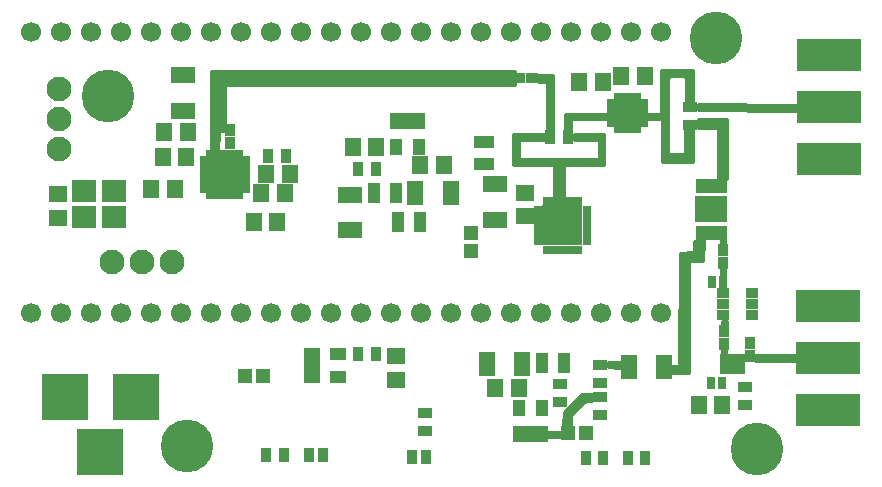
<source format=gts>
G04 #@! TF.FileFunction,Soldermask,Top*
%FSLAX46Y46*%
G04 Gerber Fmt 4.6, Leading zero omitted, Abs format (unit mm)*
G04 Created by KiCad (PCBNEW 4.0.0-rc1-stable) date 29/02/2016 1:35:43 AM*
%MOMM*%
G01*
G04 APERTURE LIST*
%ADD10C,0.100000*%
%ADD11R,0.800000X1.000000*%
%ADD12R,1.460000X1.050000*%
%ADD13R,1.050000X1.460000*%
%ADD14R,2.000000X1.900000*%
%ADD15R,0.800000X0.700000*%
%ADD16R,0.700000X0.800000*%
%ADD17R,2.350000X2.350000*%
%ADD18R,3.350000X3.350000*%
%ADD19R,0.800000X0.650000*%
%ADD20R,0.650000X0.800000*%
%ADD21R,3.050000X3.050000*%
%ADD22R,0.750000X0.650000*%
%ADD23R,1.100000X1.700000*%
%ADD24R,0.780000X1.200000*%
%ADD25R,2.810000X2.180000*%
%ADD26R,5.480000X2.815000*%
%ADD27R,5.480000X2.690000*%
%ADD28C,2.100000*%
%ADD29R,0.900000X1.300000*%
%ADD30R,1.300000X0.900000*%
%ADD31R,1.400000X1.650000*%
%ADD32R,1.200000X1.150000*%
%ADD33R,1.400000X2.000000*%
%ADD34R,0.900000X1.000000*%
%ADD35R,1.000000X0.900000*%
%ADD36R,1.650000X1.400000*%
%ADD37R,2.000000X1.400000*%
%ADD38R,1.150000X1.200000*%
%ADD39R,1.700000X1.100000*%
%ADD40C,4.464000*%
%ADD41C,1.700000*%
%ADD42R,3.900120X3.900120*%
%ADD43R,1.000000X0.880000*%
%ADD44R,0.960000X1.300000*%
%ADD45C,0.254000*%
G04 APERTURE END LIST*
D10*
D11*
X92850000Y-79830000D03*
X91950000Y-79830000D03*
D12*
X58147100Y-77395400D03*
X58147100Y-78345400D03*
X58147100Y-79295400D03*
X60347100Y-79295400D03*
X60347100Y-77395400D03*
D13*
X67170000Y-57630000D03*
X66220000Y-57630000D03*
X65270000Y-57630000D03*
X65270000Y-59830000D03*
X67170000Y-59830000D03*
X75675200Y-84153240D03*
X76625200Y-84153240D03*
X77575200Y-84153240D03*
X77575200Y-81953240D03*
X75675200Y-81953240D03*
D14*
X38862000Y-65743000D03*
X41402000Y-65743000D03*
X41402000Y-63543000D03*
X38862000Y-63543000D03*
D15*
X86215000Y-56685000D03*
X86215000Y-56135000D03*
X86215000Y-57235000D03*
X86215000Y-57785000D03*
D16*
X85665000Y-58335000D03*
X85115000Y-58335000D03*
X84015000Y-55585000D03*
X84565000Y-55585000D03*
X85665000Y-55585000D03*
X85115000Y-55585000D03*
X84015000Y-58335000D03*
X84565000Y-58335000D03*
D15*
X83465000Y-57785000D03*
X83465000Y-57235000D03*
X83465000Y-56685000D03*
X83465000Y-56135000D03*
D17*
X84840000Y-56960000D03*
D15*
X81409360Y-65653560D03*
X81409360Y-65131560D03*
X81409360Y-66165560D03*
X81409360Y-66697560D03*
X81409360Y-67221560D03*
X81409360Y-67781560D03*
X77259360Y-67781560D03*
X77259360Y-67221560D03*
X77259360Y-66697560D03*
X77259360Y-66215560D03*
X77259360Y-65131560D03*
X77259360Y-65691560D03*
D16*
X78009360Y-64381560D03*
X78569360Y-64381560D03*
X79093360Y-64381560D03*
X79575360Y-64381560D03*
X80659360Y-64381560D03*
X80099360Y-64381560D03*
X80099360Y-68531560D03*
X80659360Y-68531560D03*
X79575360Y-68531560D03*
X79093360Y-68531560D03*
X78569360Y-68531560D03*
X78009360Y-68531560D03*
D18*
X79334360Y-66456560D03*
D19*
X48961500Y-62916500D03*
X48961500Y-63416500D03*
X48961500Y-62416500D03*
X48961500Y-61916500D03*
X48961500Y-61416500D03*
X48961500Y-60916500D03*
X52511500Y-60916500D03*
X52511500Y-61416500D03*
X52511500Y-61916500D03*
X52511500Y-62416500D03*
X52511500Y-63416500D03*
X52511500Y-62916500D03*
D20*
X51986500Y-63941500D03*
X51486500Y-63941500D03*
X50986500Y-63941500D03*
X50486500Y-63941500D03*
X49486500Y-63941500D03*
X49986500Y-63941500D03*
X49986500Y-60391500D03*
X49486500Y-60391500D03*
X50486500Y-60391500D03*
X50986500Y-60391500D03*
X51486500Y-60391500D03*
X51986500Y-60391500D03*
D21*
X50736500Y-62166500D03*
D22*
X94487200Y-78700100D03*
X94487200Y-78200100D03*
X94487200Y-77700100D03*
X93037200Y-77700100D03*
X93037200Y-78200100D03*
X93037200Y-78700100D03*
D23*
X93762200Y-78200100D03*
D24*
X92917700Y-63119200D03*
X92267700Y-63119200D03*
X91617700Y-63119200D03*
X90967700Y-63119200D03*
X90967700Y-67119200D03*
X91617700Y-67119200D03*
D25*
X91942700Y-65119200D03*
D24*
X92267700Y-67119200D03*
X92917700Y-67119200D03*
D26*
X101803600Y-82069400D03*
X101803600Y-73303400D03*
X101803600Y-73303400D03*
X101803600Y-82069400D03*
D27*
X101803600Y-77686400D03*
D26*
X101863600Y-60853000D03*
X101863600Y-52087000D03*
X101863600Y-52087000D03*
X101863600Y-60853000D03*
D27*
X101863600Y-56470000D03*
D28*
X36670000Y-54890000D03*
X36670000Y-57430000D03*
X36670000Y-59970000D03*
X46240000Y-69610000D03*
X43700000Y-69610000D03*
X41160000Y-69610000D03*
D29*
X78300000Y-58990000D03*
X79800000Y-58990000D03*
D30*
X90120000Y-56450000D03*
X90120000Y-57950000D03*
D31*
X46529500Y-63373000D03*
X44529500Y-63373000D03*
D32*
X79802040Y-84059080D03*
X81302040Y-84059080D03*
D33*
X84939760Y-78476160D03*
X87939760Y-78476160D03*
D30*
X82528160Y-82528160D03*
X82528160Y-81028160D03*
X82553560Y-78300200D03*
X82553560Y-79800200D03*
D34*
X95210000Y-77550000D03*
X95210000Y-76450000D03*
D35*
X76750000Y-53990000D03*
X75650000Y-53990000D03*
D30*
X94800000Y-81640000D03*
X94800000Y-80140000D03*
D32*
X53950000Y-79240000D03*
X52450000Y-79240000D03*
D31*
X47590000Y-58550000D03*
X45590000Y-58550000D03*
X47500000Y-60690000D03*
X45500000Y-60690000D03*
D36*
X36660000Y-63850000D03*
X36660000Y-65850000D03*
D31*
X55830000Y-63750000D03*
X53830000Y-63750000D03*
X55200000Y-66160000D03*
X53200000Y-66160000D03*
D36*
X65200000Y-77530000D03*
X65200000Y-79530000D03*
D31*
X61560200Y-59817000D03*
X63560200Y-59817000D03*
D37*
X61341000Y-66879600D03*
X61341000Y-63879600D03*
D31*
X69310000Y-61370000D03*
X67310000Y-61370000D03*
X73644000Y-80233840D03*
X75644000Y-80233840D03*
D38*
X71589900Y-67106100D03*
X71589900Y-68606100D03*
D36*
X76150000Y-63710000D03*
X76150000Y-65710000D03*
D34*
X92930000Y-69640000D03*
X92930000Y-68540000D03*
D31*
X90870000Y-81720000D03*
X92870000Y-81720000D03*
D34*
X93050000Y-76550000D03*
X93050000Y-75450000D03*
D29*
X54400000Y-60640000D03*
X55900000Y-60640000D03*
X63538800Y-61722000D03*
X62038800Y-61722000D03*
D23*
X63370000Y-63760000D03*
X65270000Y-63760000D03*
X79475120Y-78140880D03*
X77575120Y-78140880D03*
X65380000Y-66220000D03*
X67280000Y-66220000D03*
D30*
X79114400Y-79890240D03*
X79114400Y-81390240D03*
D39*
X72670000Y-61300000D03*
X72670000Y-59400000D03*
D11*
X92020000Y-71280000D03*
X92920000Y-71280000D03*
D40*
X92370000Y-50630000D03*
X95810000Y-85410000D03*
X40850000Y-55560000D03*
X47550000Y-85160000D03*
D41*
X80070000Y-73910700D03*
X34350000Y-73910700D03*
X36890000Y-73910700D03*
X39430000Y-73910700D03*
X41970000Y-73910700D03*
X44510000Y-73910700D03*
X47050000Y-73910700D03*
X49590000Y-73910700D03*
X52130000Y-73910700D03*
X54670000Y-73910700D03*
X57210000Y-73910700D03*
X59750000Y-73910700D03*
X62290000Y-73910700D03*
X64830000Y-73910700D03*
X67370000Y-73910700D03*
X69910000Y-73910700D03*
X72450000Y-73910700D03*
X74990000Y-73910700D03*
X77530000Y-73910700D03*
X82610000Y-73910700D03*
X85150000Y-73910700D03*
X87690000Y-73910700D03*
X80060000Y-50110700D03*
X34340000Y-50110700D03*
X36880000Y-50110700D03*
X39420000Y-50110700D03*
X41960000Y-50110700D03*
X44500000Y-50110700D03*
X47040000Y-50110700D03*
X49580000Y-50110700D03*
X52120000Y-50110700D03*
X54660000Y-50110700D03*
X57200000Y-50110700D03*
X59740000Y-50110700D03*
X62280000Y-50110700D03*
X64820000Y-50110700D03*
X67360000Y-50110700D03*
X69900000Y-50110700D03*
X72440000Y-50110700D03*
X74980000Y-50110700D03*
X77520000Y-50110700D03*
X82600000Y-50110700D03*
X85140000Y-50110700D03*
X87680000Y-50110700D03*
D31*
X82750000Y-54350000D03*
X80750000Y-54350000D03*
X84320000Y-53810000D03*
X86320000Y-53810000D03*
D42*
X43190660Y-80970000D03*
X37190660Y-80970000D03*
X40190660Y-85669000D03*
D34*
X51160000Y-59510000D03*
X51160000Y-58410000D03*
D31*
X56230000Y-62120000D03*
X54230000Y-62120000D03*
D29*
X82790000Y-86190000D03*
X81290000Y-86190000D03*
X86350000Y-86170000D03*
X84850000Y-86170000D03*
D43*
X92890000Y-72160000D03*
X92890000Y-73110000D03*
X92890000Y-74060000D03*
X95410000Y-74060000D03*
X95410000Y-73110000D03*
X95410000Y-72160000D03*
D29*
X62015000Y-77392900D03*
X63515000Y-77392900D03*
D37*
X47200000Y-56750000D03*
X47200000Y-53750000D03*
D33*
X69860000Y-63700000D03*
X66860000Y-63700000D03*
X72930000Y-78170000D03*
X75930000Y-78170000D03*
D37*
X73580000Y-63010000D03*
X73580000Y-66010000D03*
D30*
X67710000Y-82370000D03*
X67710000Y-83870000D03*
D29*
X54240000Y-85940000D03*
X55740000Y-85940000D03*
D44*
X59050000Y-85940000D03*
X57910000Y-85940000D03*
X66610000Y-86080000D03*
X67750000Y-86080000D03*
D45*
G36*
X75313000Y-54623000D02*
X50860000Y-54623000D01*
X50810590Y-54633006D01*
X50768965Y-54661447D01*
X50741685Y-54703841D01*
X50733000Y-54750000D01*
X50733000Y-58482945D01*
X50359667Y-58513421D01*
X50311235Y-58527414D01*
X50272062Y-58559147D01*
X50248322Y-58603620D01*
X50243040Y-58636826D01*
X50206136Y-60113000D01*
X49617000Y-60113000D01*
X49617000Y-53387000D01*
X75313000Y-53387000D01*
X75313000Y-54623000D01*
X75313000Y-54623000D01*
G37*
X75313000Y-54623000D02*
X50860000Y-54623000D01*
X50810590Y-54633006D01*
X50768965Y-54661447D01*
X50741685Y-54703841D01*
X50733000Y-54750000D01*
X50733000Y-58482945D01*
X50359667Y-58513421D01*
X50311235Y-58527414D01*
X50272062Y-58559147D01*
X50248322Y-58603620D01*
X50243040Y-58636826D01*
X50206136Y-60113000D01*
X49617000Y-60113000D01*
X49617000Y-53387000D01*
X75313000Y-53387000D01*
X75313000Y-54623000D01*
G36*
X99093000Y-56245966D02*
X99093000Y-56801957D01*
X90787000Y-56734034D01*
X90787000Y-56178043D01*
X99093000Y-56245966D01*
X99093000Y-56245966D01*
G37*
X99093000Y-56245966D02*
X99093000Y-56801957D01*
X90787000Y-56734034D01*
X90787000Y-56178043D01*
X99093000Y-56245966D01*
G36*
X90383000Y-55993000D02*
X89777000Y-55993000D01*
X89777000Y-53990000D01*
X89766994Y-53940590D01*
X89738553Y-53898965D01*
X89696159Y-53871685D01*
X89650000Y-53863000D01*
X88430000Y-53863000D01*
X88380590Y-53873006D01*
X88338965Y-53901447D01*
X88311685Y-53943841D01*
X88303000Y-53990000D01*
X88303000Y-60310000D01*
X88313006Y-60359410D01*
X88341447Y-60401035D01*
X88383841Y-60428315D01*
X88430000Y-60437000D01*
X89610000Y-60437000D01*
X89659410Y-60426994D01*
X89701035Y-60398553D01*
X89728315Y-60356159D01*
X89737000Y-60310000D01*
X89737000Y-58425581D01*
X90373000Y-58418435D01*
X90373000Y-61073000D01*
X87727000Y-61073000D01*
X87727000Y-57610000D01*
X87716994Y-57560590D01*
X87688553Y-57518965D01*
X87646159Y-57491685D01*
X87600000Y-57483000D01*
X86567000Y-57483000D01*
X86567000Y-57007000D01*
X87570000Y-57007000D01*
X87619410Y-56996994D01*
X87661035Y-56968553D01*
X87688315Y-56926159D01*
X87697000Y-56880341D01*
X87706660Y-53287000D01*
X90383000Y-53287000D01*
X90383000Y-55993000D01*
X90383000Y-55993000D01*
G37*
X90383000Y-55993000D02*
X89777000Y-55993000D01*
X89777000Y-53990000D01*
X89766994Y-53940590D01*
X89738553Y-53898965D01*
X89696159Y-53871685D01*
X89650000Y-53863000D01*
X88430000Y-53863000D01*
X88380590Y-53873006D01*
X88338965Y-53901447D01*
X88311685Y-53943841D01*
X88303000Y-53990000D01*
X88303000Y-60310000D01*
X88313006Y-60359410D01*
X88341447Y-60401035D01*
X88383841Y-60428315D01*
X88430000Y-60437000D01*
X89610000Y-60437000D01*
X89659410Y-60426994D01*
X89701035Y-60398553D01*
X89728315Y-60356159D01*
X89737000Y-60310000D01*
X89737000Y-58425581D01*
X90373000Y-58418435D01*
X90373000Y-61073000D01*
X87727000Y-61073000D01*
X87727000Y-57610000D01*
X87716994Y-57560590D01*
X87688553Y-57518965D01*
X87646159Y-57491685D01*
X87600000Y-57483000D01*
X86567000Y-57483000D01*
X86567000Y-57007000D01*
X87570000Y-57007000D01*
X87619410Y-56996994D01*
X87661035Y-56968553D01*
X87688315Y-56926159D01*
X87697000Y-56880341D01*
X87706660Y-53287000D01*
X90383000Y-53287000D01*
X90383000Y-55993000D01*
G36*
X91282371Y-67743074D02*
X91273647Y-69453000D01*
X91090000Y-69453000D01*
X91087147Y-69453032D01*
X90197147Y-69473032D01*
X90147974Y-69484145D01*
X90106999Y-69513514D01*
X90080678Y-69556511D01*
X90073001Y-69599464D01*
X90033535Y-78943000D01*
X88634012Y-78943000D01*
X88620060Y-78357000D01*
X89070000Y-78357000D01*
X89119410Y-78346994D01*
X89161035Y-78318553D01*
X89188315Y-78276159D01*
X89196998Y-78230664D01*
X89246349Y-68784978D01*
X90362048Y-68766983D01*
X90411290Y-68756182D01*
X90452451Y-68727074D01*
X90479044Y-68684245D01*
X90487000Y-68640000D01*
X90487000Y-67837000D01*
X91090000Y-67837000D01*
X91139410Y-67826994D01*
X91181035Y-67798553D01*
X91208315Y-67756159D01*
X91211196Y-67740849D01*
X91282371Y-67743074D01*
X91282371Y-67743074D01*
G37*
X91282371Y-67743074D02*
X91273647Y-69453000D01*
X91090000Y-69453000D01*
X91087147Y-69453032D01*
X90197147Y-69473032D01*
X90147974Y-69484145D01*
X90106999Y-69513514D01*
X90080678Y-69556511D01*
X90073001Y-69599464D01*
X90033535Y-78943000D01*
X88634012Y-78943000D01*
X88620060Y-78357000D01*
X89070000Y-78357000D01*
X89119410Y-78346994D01*
X89161035Y-78318553D01*
X89188315Y-78276159D01*
X89196998Y-78230664D01*
X89246349Y-68784978D01*
X90362048Y-68766983D01*
X90411290Y-68756182D01*
X90452451Y-68727074D01*
X90479044Y-68684245D01*
X90487000Y-68640000D01*
X90487000Y-67837000D01*
X91090000Y-67837000D01*
X91139410Y-67826994D01*
X91181035Y-67798553D01*
X91208315Y-67756159D01*
X91211196Y-67740849D01*
X91282371Y-67743074D01*
G36*
X84193000Y-78511980D02*
X83197000Y-78504012D01*
X83197000Y-78077000D01*
X84193000Y-78077000D01*
X84193000Y-78511980D01*
X84193000Y-78511980D01*
G37*
X84193000Y-78511980D02*
X83197000Y-78504012D01*
X83197000Y-78077000D01*
X84193000Y-78077000D01*
X84193000Y-78511980D01*
G36*
X79173000Y-84373000D02*
X78137000Y-84373000D01*
X78137000Y-83957000D01*
X79173000Y-83957000D01*
X79173000Y-84373000D01*
X79173000Y-84373000D01*
G37*
X79173000Y-84373000D02*
X78137000Y-84373000D01*
X78137000Y-83957000D01*
X79173000Y-83957000D01*
X79173000Y-84373000D01*
G36*
X81863000Y-81315134D02*
X81397848Y-81323018D01*
X81348614Y-81333860D01*
X81312470Y-81357981D01*
X80082470Y-82527981D01*
X80053565Y-82569285D01*
X80043000Y-82620000D01*
X80043000Y-83433000D01*
X79417951Y-83433000D01*
X79426599Y-82274150D01*
X80991458Y-80757000D01*
X81863000Y-80757000D01*
X81863000Y-81315134D01*
X81863000Y-81315134D01*
G37*
X81863000Y-81315134D02*
X81397848Y-81323018D01*
X81348614Y-81333860D01*
X81312470Y-81357981D01*
X80082470Y-82527981D01*
X80053565Y-82569285D01*
X80043000Y-82620000D01*
X80043000Y-83433000D01*
X79417951Y-83433000D01*
X79426599Y-82274150D01*
X80991458Y-80757000D01*
X81863000Y-80757000D01*
X81863000Y-81315134D01*
G36*
X83393000Y-57046689D02*
X83393000Y-57463000D01*
X80150000Y-57463000D01*
X80100590Y-57473006D01*
X80058965Y-57501447D01*
X80031685Y-57543841D01*
X80023000Y-57590000D01*
X80023000Y-58353000D01*
X79567000Y-58353000D01*
X79567000Y-57037312D01*
X83393000Y-57046689D01*
X83393000Y-57046689D01*
G37*
X83393000Y-57046689D02*
X83393000Y-57463000D01*
X80150000Y-57463000D01*
X80100590Y-57473006D01*
X80058965Y-57501447D01*
X80031685Y-57543841D01*
X80023000Y-57590000D01*
X80023000Y-58353000D01*
X79567000Y-58353000D01*
X79567000Y-57037312D01*
X83393000Y-57046689D01*
G36*
X78513000Y-58313000D02*
X77996684Y-58313000D01*
X77987000Y-54429683D01*
X77976871Y-54380298D01*
X77948326Y-54338745D01*
X77905864Y-54311571D01*
X77860000Y-54303000D01*
X77257000Y-54303000D01*
X77257000Y-53757000D01*
X78513000Y-53757000D01*
X78513000Y-58313000D01*
X78513000Y-58313000D01*
G37*
X78513000Y-58313000D02*
X77996684Y-58313000D01*
X77987000Y-54429683D01*
X77976871Y-54380298D01*
X77948326Y-54338745D01*
X77905864Y-54311571D01*
X77860000Y-54303000D01*
X77257000Y-54303000D01*
X77257000Y-53757000D01*
X78513000Y-53757000D01*
X78513000Y-58313000D01*
G36*
X77823000Y-59233000D02*
X75760000Y-59233000D01*
X75710590Y-59243006D01*
X75668965Y-59271447D01*
X75641685Y-59313841D01*
X75633000Y-59360000D01*
X75633000Y-60720000D01*
X75643006Y-60769410D01*
X75671447Y-60811035D01*
X75713841Y-60838315D01*
X75760000Y-60847000D01*
X82270000Y-60847000D01*
X82319410Y-60836994D01*
X82361035Y-60808553D01*
X82388315Y-60766159D01*
X82397000Y-60720000D01*
X82397000Y-59390000D01*
X82386994Y-59340590D01*
X82358553Y-59298965D01*
X82316159Y-59271685D01*
X82270000Y-59263000D01*
X80307000Y-59263000D01*
X80307000Y-58767000D01*
X82872115Y-58767000D01*
X82853879Y-61393000D01*
X79570000Y-61393000D01*
X79520590Y-61403006D01*
X79478965Y-61431447D01*
X79451685Y-61473841D01*
X79443000Y-61520000D01*
X79443000Y-64353000D01*
X78657000Y-64353000D01*
X78657000Y-61490000D01*
X78646994Y-61440590D01*
X78618553Y-61398965D01*
X78576159Y-61371685D01*
X78530000Y-61363000D01*
X75137894Y-61363000D01*
X75156112Y-58767000D01*
X77823000Y-58767000D01*
X77823000Y-59233000D01*
X77823000Y-59233000D01*
G37*
X77823000Y-59233000D02*
X75760000Y-59233000D01*
X75710590Y-59243006D01*
X75668965Y-59271447D01*
X75641685Y-59313841D01*
X75633000Y-59360000D01*
X75633000Y-60720000D01*
X75643006Y-60769410D01*
X75671447Y-60811035D01*
X75713841Y-60838315D01*
X75760000Y-60847000D01*
X82270000Y-60847000D01*
X82319410Y-60836994D01*
X82361035Y-60808553D01*
X82388315Y-60766159D01*
X82397000Y-60720000D01*
X82397000Y-59390000D01*
X82386994Y-59340590D01*
X82358553Y-59298965D01*
X82316159Y-59271685D01*
X82270000Y-59263000D01*
X80307000Y-59263000D01*
X80307000Y-58767000D01*
X82872115Y-58767000D01*
X82853879Y-61393000D01*
X79570000Y-61393000D01*
X79520590Y-61403006D01*
X79478965Y-61431447D01*
X79451685Y-61473841D01*
X79443000Y-61520000D01*
X79443000Y-64353000D01*
X78657000Y-64353000D01*
X78657000Y-61490000D01*
X78646994Y-61440590D01*
X78618553Y-61398965D01*
X78576159Y-61371685D01*
X78530000Y-61363000D01*
X75137894Y-61363000D01*
X75156112Y-58767000D01*
X77823000Y-58767000D01*
X77823000Y-59233000D01*
G36*
X93283000Y-62523000D02*
X92477000Y-62523000D01*
X92477000Y-58360000D01*
X92466994Y-58310590D01*
X92438553Y-58268965D01*
X92396159Y-58241685D01*
X92350000Y-58233000D01*
X90797000Y-58233000D01*
X90797000Y-57507000D01*
X93283000Y-57507000D01*
X93283000Y-62523000D01*
X93283000Y-62523000D01*
G37*
X93283000Y-62523000D02*
X92477000Y-62523000D01*
X92477000Y-58360000D01*
X92466994Y-58310590D01*
X92438553Y-58268965D01*
X92396159Y-58241685D01*
X92350000Y-58233000D01*
X90797000Y-58233000D01*
X90797000Y-57507000D01*
X93283000Y-57507000D01*
X93283000Y-62523000D01*
G36*
X99023000Y-77942293D02*
X95677000Y-77923704D01*
X95677000Y-77447000D01*
X99023000Y-77447000D01*
X99023000Y-77942293D01*
X99023000Y-77942293D01*
G37*
X99023000Y-77942293D02*
X95677000Y-77923704D01*
X95677000Y-77447000D01*
X99023000Y-77447000D01*
X99023000Y-77942293D01*
G36*
X93203000Y-77383000D02*
X92857000Y-77383000D01*
X92857000Y-77057000D01*
X93203000Y-77057000D01*
X93203000Y-77383000D01*
X93203000Y-77383000D01*
G37*
X93203000Y-77383000D02*
X92857000Y-77383000D01*
X92857000Y-77057000D01*
X93203000Y-77057000D01*
X93203000Y-77383000D01*
G36*
X93243000Y-74953000D02*
X92827000Y-74953000D01*
X92827000Y-74597000D01*
X93243000Y-74597000D01*
X93243000Y-74953000D01*
X93243000Y-74953000D01*
G37*
X93243000Y-74953000D02*
X92827000Y-74953000D01*
X92827000Y-74597000D01*
X93243000Y-74597000D01*
X93243000Y-74953000D01*
G36*
X93123000Y-70734939D02*
X92727000Y-70741031D01*
X92727000Y-70175061D01*
X93123000Y-70168969D01*
X93123000Y-70734939D01*
X93123000Y-70734939D01*
G37*
X93123000Y-70734939D02*
X92727000Y-70741031D01*
X92727000Y-70175061D01*
X93123000Y-70168969D01*
X93123000Y-70734939D01*
G36*
X93133000Y-68013000D02*
X92737000Y-68013000D01*
X92737000Y-67737000D01*
X93133000Y-67737000D01*
X93133000Y-68013000D01*
X93133000Y-68013000D01*
G37*
X93133000Y-68013000D02*
X92737000Y-68013000D01*
X92737000Y-67737000D01*
X93133000Y-67737000D01*
X93133000Y-68013000D01*
M02*

</source>
